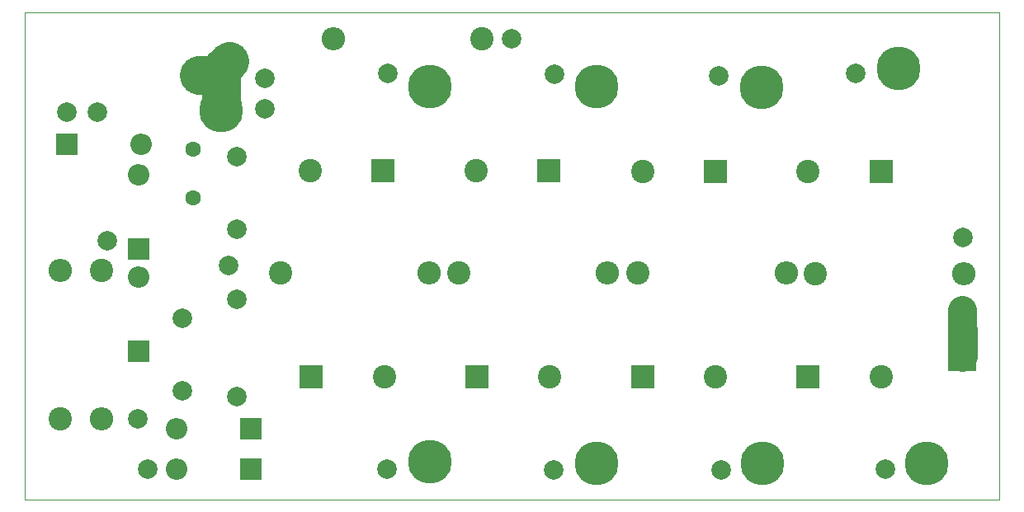
<source format=gbr>
G04 #@! TF.GenerationSoftware,KiCad,Pcbnew,5.1.4-e60b266~84~ubuntu16.04.1*
G04 #@! TF.CreationDate,2019-10-08T23:41:47-05:00*
G04 #@! TF.ProjectId,8cap,38636170-2e6b-4696-9361-645f70636258,rev?*
G04 #@! TF.SameCoordinates,Original*
G04 #@! TF.FileFunction,Copper,L1,Top*
G04 #@! TF.FilePolarity,Positive*
%FSLAX46Y46*%
G04 Gerber Fmt 4.6, Leading zero omitted, Abs format (unit mm)*
G04 Created by KiCad (PCBNEW 5.1.4-e60b266~84~ubuntu16.04.1) date 2019-10-08 23:41:47*
%MOMM*%
%LPD*%
G04 APERTURE LIST*
G04 #@! TA.AperFunction,NonConductor*
%ADD10C,0.050000*%
G04 #@! TD*
G04 #@! TA.AperFunction,ComponentPad*
%ADD11C,1.998980*%
G04 #@! TD*
G04 #@! TA.AperFunction,ComponentPad*
%ADD12O,2.400000X2.400000*%
G04 #@! TD*
G04 #@! TA.AperFunction,ComponentPad*
%ADD13C,2.400000*%
G04 #@! TD*
G04 #@! TA.AperFunction,ComponentPad*
%ADD14C,4.500880*%
G04 #@! TD*
G04 #@! TA.AperFunction,SMDPad,CuDef*
%ADD15R,3.000000X3.000000*%
G04 #@! TD*
G04 #@! TA.AperFunction,ComponentPad*
%ADD16O,2.200000X2.200000*%
G04 #@! TD*
G04 #@! TA.AperFunction,ComponentPad*
%ADD17R,2.200000X2.200000*%
G04 #@! TD*
G04 #@! TA.AperFunction,ComponentPad*
%ADD18C,2.000000*%
G04 #@! TD*
G04 #@! TA.AperFunction,ComponentPad*
%ADD19C,1.600000*%
G04 #@! TD*
G04 #@! TA.AperFunction,ComponentPad*
%ADD20R,2.400000X2.400000*%
G04 #@! TD*
G04 #@! TA.AperFunction,ViaPad*
%ADD21C,0.800000*%
G04 #@! TD*
G04 #@! TA.AperFunction,Conductor*
%ADD22C,4.000000*%
G04 #@! TD*
G04 #@! TA.AperFunction,Conductor*
%ADD23C,3.000000*%
G04 #@! TD*
G04 APERTURE END LIST*
D10*
X100000000Y-150000000D02*
X100000000Y-100000000D01*
X200000000Y-150000000D02*
X100000000Y-150000000D01*
X200000000Y-100000000D02*
X200000000Y-150000000D01*
X100000000Y-100000000D02*
X200000000Y-100000000D01*
D11*
G04 #@! TO.P,PROBE,1*
G04 #@! TO.N,PROBE*
X196200000Y-130500000D03*
G04 #@! TD*
G04 #@! TO.P,AC2,1*
G04 #@! TO.N,AC2*
X104340000Y-110250000D03*
G04 #@! TD*
G04 #@! TO.P,AC2,1*
G04 #@! TO.N,AC2*
X107470000Y-110250000D03*
G04 #@! TD*
D12*
G04 #@! TO.P,R7,2*
G04 #@! TO.N,AC1*
X103690000Y-126460000D03*
D13*
G04 #@! TO.P,R7,1*
G04 #@! TO.N,AC0*
X103690000Y-141700000D03*
G04 #@! TD*
D12*
G04 #@! TO.P,R6,2*
G04 #@! TO.N,AC0*
X107900000Y-141740000D03*
D13*
G04 #@! TO.P,R6,1*
G04 #@! TO.N,AC1*
X107900000Y-126500000D03*
G04 #@! TD*
D12*
G04 #@! TO.P,R5,2*
G04 #@! TO.N,Net-(R4-Pad1)*
X141460000Y-126760000D03*
D13*
G04 #@! TO.P,R5,1*
G04 #@! TO.N,V8*
X126220000Y-126760000D03*
G04 #@! TD*
D12*
G04 #@! TO.P,R4,2*
G04 #@! TO.N,Net-(R3-Pad1)*
X159820000Y-126760000D03*
D13*
G04 #@! TO.P,R4,1*
G04 #@! TO.N,Net-(R4-Pad1)*
X144580000Y-126760000D03*
G04 #@! TD*
D12*
G04 #@! TO.P,R3,2*
G04 #@! TO.N,Net-(R2-Pad1)*
X178170000Y-126760000D03*
D13*
G04 #@! TO.P,R3,1*
G04 #@! TO.N,Net-(R3-Pad1)*
X162930000Y-126760000D03*
G04 #@! TD*
D12*
G04 #@! TO.P,R2,2*
G04 #@! TO.N,PROBE*
X196390000Y-126830000D03*
D13*
G04 #@! TO.P,R2,1*
G04 #@! TO.N,Net-(R2-Pad1)*
X181150000Y-126830000D03*
G04 #@! TD*
D12*
G04 #@! TO.P,R1,2*
G04 #@! TO.N,V0*
X131650000Y-102650000D03*
D13*
G04 #@! TO.P,R1,1*
G04 #@! TO.N,PROBE*
X146890000Y-102650000D03*
G04 #@! TD*
D11*
G04 #@! TO.P,AC0,1*
G04 #@! TO.N,AC0*
X111600000Y-141750000D03*
G04 #@! TD*
G04 #@! TO.P,TRIG,1*
G04 #@! TO.N,TRIG*
X120890000Y-125950000D03*
G04 #@! TD*
D14*
G04 #@! TO.P,V8,1*
G04 #@! TO.N,V8*
X141590000Y-146150000D03*
G04 #@! TD*
G04 #@! TO.P,V7,1*
G04 #@! TO.N,V7*
X158690000Y-146250000D03*
G04 #@! TD*
G04 #@! TO.P,V6,1*
G04 #@! TO.N,V6*
X175690000Y-146250000D03*
G04 #@! TD*
G04 #@! TO.P,V5,1*
G04 #@! TO.N,V5*
X192590000Y-146250000D03*
G04 #@! TD*
G04 #@! TO.P,V4,1*
G04 #@! TO.N,V4*
X189700000Y-105700000D03*
G04 #@! TD*
G04 #@! TO.P,V3,1*
G04 #@! TO.N,V3*
X175590000Y-107650000D03*
G04 #@! TD*
G04 #@! TO.P,V2,1*
G04 #@! TO.N,V2*
X158690000Y-107550000D03*
G04 #@! TD*
G04 #@! TO.P,V1,1*
G04 #@! TO.N,V1*
X141590000Y-107550000D03*
G04 #@! TD*
G04 #@! TO.P,V0,1*
G04 #@! TO.N,V0*
X120190000Y-110050000D03*
G04 #@! TD*
D11*
G04 #@! TO.P,V0,1*
G04 #@! TO.N,V0*
X124690000Y-106750000D03*
G04 #@! TD*
G04 #@! TO.P,PROBE,1*
G04 #@! TO.N,PROBE*
X150000000Y-102700000D03*
G04 #@! TD*
D15*
G04 #@! TO.P,V0,1*
G04 #@! TO.N,V0*
X120990000Y-104950000D03*
G04 #@! TD*
G04 #@! TO.P,PROBE,1*
G04 #@! TO.N,PROBE*
X196200000Y-135400000D03*
G04 #@! TD*
D11*
G04 #@! TO.P,V8,1*
G04 #@! TO.N,V8*
X137200000Y-146900000D03*
G04 #@! TD*
G04 #@! TO.P,V7,1*
G04 #@! TO.N,V7*
X154300000Y-147000000D03*
G04 #@! TD*
G04 #@! TO.P,V6,1*
G04 #@! TO.N,V6*
X171500000Y-147000000D03*
G04 #@! TD*
G04 #@! TO.P,V5,1*
G04 #@! TO.N,V5*
X188300000Y-146900000D03*
G04 #@! TD*
G04 #@! TO.P,V4,1*
G04 #@! TO.N,V4*
X185250000Y-106250000D03*
G04 #@! TD*
G04 #@! TO.P,V3,1*
G04 #@! TO.N,V3*
X171190000Y-106450000D03*
G04 #@! TD*
G04 #@! TO.P,V2,1*
G04 #@! TO.N,V2*
X154390000Y-106350000D03*
G04 #@! TD*
G04 #@! TO.P,V1,1*
G04 #@! TO.N,V1*
X137290000Y-106250000D03*
G04 #@! TD*
G04 #@! TO.P,V0,1*
G04 #@! TO.N,V0*
X124690000Y-109850000D03*
G04 #@! TD*
G04 #@! TO.P,PROBE,1*
G04 #@! TO.N,PROBE*
X196300000Y-123100000D03*
G04 #@! TD*
G04 #@! TO.P,AC2,1*
G04 #@! TO.N,AC2*
X112590000Y-146850000D03*
G04 #@! TD*
G04 #@! TO.P,AC1,1*
G04 #@! TO.N,AC1*
X108500000Y-123400000D03*
G04 #@! TD*
D16*
G04 #@! TO.P,D5,2*
G04 #@! TO.N,Net-(C10-Pad1)*
X115590000Y-142750000D03*
D17*
G04 #@! TO.P,D5,1*
G04 #@! TO.N,V8*
X123210000Y-142750000D03*
G04 #@! TD*
D16*
G04 #@! TO.P,D4,2*
G04 #@! TO.N,AC2*
X115570000Y-146850000D03*
D17*
G04 #@! TO.P,D4,1*
G04 #@! TO.N,V8*
X123190000Y-146850000D03*
G04 #@! TD*
D16*
G04 #@! TO.P,D3,2*
G04 #@! TO.N,AC1*
X111690000Y-127130000D03*
D17*
G04 #@! TO.P,D3,1*
G04 #@! TO.N,Net-(C10-Pad1)*
X111690000Y-134750000D03*
G04 #@! TD*
D16*
G04 #@! TO.P,D2,2*
G04 #@! TO.N,V0*
X111910000Y-113550000D03*
D17*
G04 #@! TO.P,D2,1*
G04 #@! TO.N,AC2*
X104290000Y-113550000D03*
G04 #@! TD*
D16*
G04 #@! TO.P,D1,2*
G04 #@! TO.N,V0*
X111690000Y-116630000D03*
D17*
G04 #@! TO.P,D1,1*
G04 #@! TO.N,AC1*
X111690000Y-124250000D03*
G04 #@! TD*
D18*
G04 #@! TO.P,C12,2*
G04 #@! TO.N,TRIG*
X121790000Y-129450000D03*
G04 #@! TO.P,C12,1*
G04 #@! TO.N,Net-(C10-Pad1)*
X121790000Y-139450000D03*
G04 #@! TD*
G04 #@! TO.P,C11,2*
G04 #@! TO.N,V0*
X121790000Y-114750000D03*
G04 #@! TO.P,C11,1*
G04 #@! TO.N,TRIG*
X121790000Y-122250000D03*
G04 #@! TD*
G04 #@! TO.P,C10,2*
G04 #@! TO.N,TRIG*
X116190000Y-131350000D03*
G04 #@! TO.P,C10,1*
G04 #@! TO.N,Net-(C10-Pad1)*
X116190000Y-138850000D03*
G04 #@! TD*
D19*
G04 #@! TO.P,C9,2*
G04 #@! TO.N,V0*
X117290000Y-114050000D03*
G04 #@! TO.P,C9,1*
G04 #@! TO.N,TRIG*
X117290000Y-119050000D03*
G04 #@! TD*
D13*
G04 #@! TO.P,C8,2*
G04 #@! TO.N,V7*
X136890000Y-137350000D03*
D20*
G04 #@! TO.P,C8,1*
G04 #@! TO.N,V8*
X129390000Y-137350000D03*
G04 #@! TD*
D13*
G04 #@! TO.P,C7,2*
G04 #@! TO.N,V6*
X153890000Y-137350000D03*
D20*
G04 #@! TO.P,C7,1*
G04 #@! TO.N,V7*
X146390000Y-137350000D03*
G04 #@! TD*
D13*
G04 #@! TO.P,C6,2*
G04 #@! TO.N,V5*
X170890000Y-137350000D03*
D20*
G04 #@! TO.P,C6,1*
G04 #@! TO.N,V6*
X163390000Y-137350000D03*
G04 #@! TD*
D13*
G04 #@! TO.P,C5,2*
G04 #@! TO.N,V4*
X187890000Y-137350000D03*
D20*
G04 #@! TO.P,C5,1*
G04 #@! TO.N,V5*
X180390000Y-137350000D03*
G04 #@! TD*
D13*
G04 #@! TO.P,C4,2*
G04 #@! TO.N,V3*
X180390000Y-116350000D03*
D20*
G04 #@! TO.P,C4,1*
G04 #@! TO.N,V4*
X187890000Y-116350000D03*
G04 #@! TD*
D13*
G04 #@! TO.P,C3,2*
G04 #@! TO.N,V2*
X163390000Y-116350000D03*
D20*
G04 #@! TO.P,C3,1*
G04 #@! TO.N,V3*
X170890000Y-116350000D03*
G04 #@! TD*
D13*
G04 #@! TO.P,C2,2*
G04 #@! TO.N,V1*
X146290000Y-116250000D03*
D20*
G04 #@! TO.P,C2,1*
G04 #@! TO.N,V2*
X153790000Y-116250000D03*
G04 #@! TD*
D13*
G04 #@! TO.P,C1,2*
G04 #@! TO.N,V0*
X129290000Y-116250000D03*
D20*
G04 #@! TO.P,C1,1*
G04 #@! TO.N,V1*
X136790000Y-116250000D03*
G04 #@! TD*
D21*
G04 #@! TO.N,V0*
X117900000Y-106400000D03*
G04 #@! TO.N,PROBE*
X196300000Y-132600000D03*
G04 #@! TD*
D22*
G04 #@! TO.N,V0*
X119540000Y-106400000D02*
X120990000Y-104950000D01*
X117900000Y-106400000D02*
X119540000Y-106400000D01*
X120190000Y-105750000D02*
X120990000Y-104950000D01*
X120190000Y-110050000D02*
X120190000Y-105750000D01*
D23*
G04 #@! TO.N,PROBE*
X196300000Y-135300000D02*
X196200000Y-135400000D01*
X196300000Y-132600000D02*
X196300000Y-135300000D01*
X196200000Y-130500000D02*
X196200000Y-135400000D01*
G04 #@! TD*
M02*

</source>
